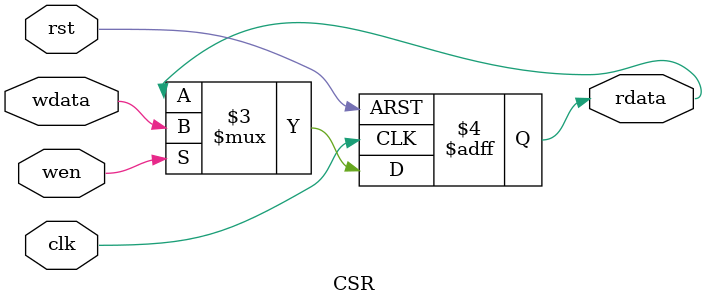
<source format=v>
module CSR (clk, rst, wen, rdata, wdata);
input clk, rst, wen, wdata;
output rdata;

reg rdata;

always@(posedge clk or negedge rst)begin
	if (!rst)
		rdata <= 1'd0;
	else
		rdata <= (wen)? wdata : rdata;
	end

endmodule
</source>
